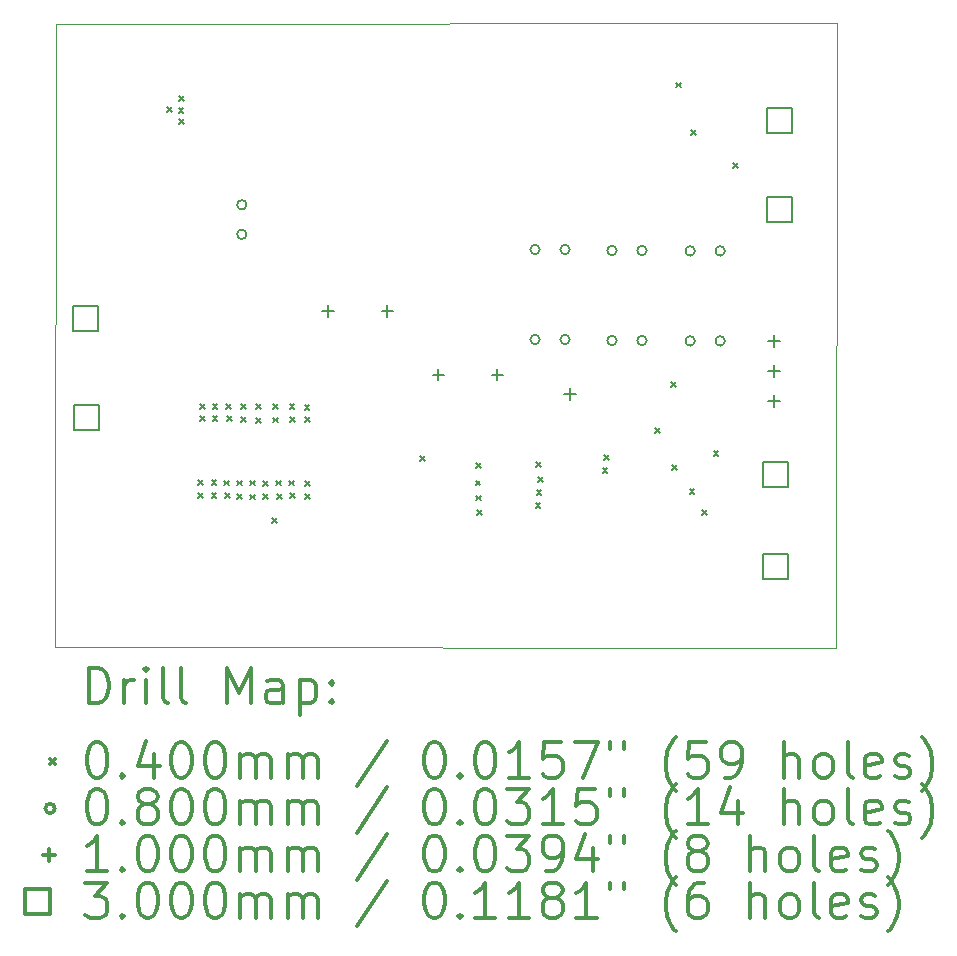
<source format=gbr>
%FSLAX45Y45*%
G04 Gerber Fmt 4.5, Leading zero omitted, Abs format (unit mm)*
G04 Created by KiCad (PCBNEW 5.1.10) date 2021-12-10 15:48:50*
%MOMM*%
%LPD*%
G01*
G04 APERTURE LIST*
%TA.AperFunction,Profile*%
%ADD10C,0.050000*%
%TD*%
%ADD11C,0.200000*%
%ADD12C,0.300000*%
G04 APERTURE END LIST*
D10*
X8220456Y-4022344D02*
X8218932Y-4141724D01*
X14834616Y-4012184D02*
X8220456Y-4022344D01*
X14834108Y-4218432D02*
X14834616Y-4012184D01*
X14828520Y-9301480D02*
X14834108Y-4218432D01*
X8213852Y-9296908D02*
X14828520Y-9301480D01*
X8213852Y-9025636D02*
X8213852Y-9296908D01*
X8218932Y-4141724D02*
X8213852Y-9025636D01*
D11*
X9160576Y-4724720D02*
X9200576Y-4764720D01*
X9200576Y-4724720D02*
X9160576Y-4764720D01*
X9259636Y-4728276D02*
X9299636Y-4768276D01*
X9299636Y-4728276D02*
X9259636Y-4768276D01*
X9261160Y-4627184D02*
X9301160Y-4667184D01*
X9301160Y-4627184D02*
X9261160Y-4667184D01*
X9261160Y-4821748D02*
X9301160Y-4861748D01*
X9301160Y-4821748D02*
X9261160Y-4861748D01*
X9422704Y-7877876D02*
X9462704Y-7917876D01*
X9462704Y-7877876D02*
X9422704Y-7917876D01*
X9427784Y-7990144D02*
X9467784Y-8030144D01*
X9467784Y-7990144D02*
X9427784Y-8030144D01*
X9440484Y-7237796D02*
X9480484Y-7277796D01*
X9480484Y-7237796D02*
X9440484Y-7277796D01*
X9442008Y-7337872D02*
X9482008Y-7377872D01*
X9482008Y-7337872D02*
X9442008Y-7377872D01*
X9538528Y-7882448D02*
X9578528Y-7922448D01*
X9578528Y-7882448D02*
X9538528Y-7922448D01*
X9538528Y-7990144D02*
X9578528Y-8030144D01*
X9578528Y-7990144D02*
X9538528Y-8030144D01*
X9546656Y-7339904D02*
X9586656Y-7379904D01*
X9586656Y-7339904D02*
X9546656Y-7379904D01*
X9547672Y-7240336D02*
X9587672Y-7280336D01*
X9587672Y-7240336D02*
X9547672Y-7280336D01*
X9646732Y-7883972D02*
X9686732Y-7923972D01*
X9686732Y-7883972D02*
X9646732Y-7923972D01*
X9651304Y-7993700D02*
X9691304Y-8033700D01*
X9691304Y-7993700D02*
X9651304Y-8033700D01*
X9662988Y-7237796D02*
X9702988Y-7277796D01*
X9702988Y-7237796D02*
X9662988Y-7277796D01*
X9669084Y-7339904D02*
X9709084Y-7379904D01*
X9709084Y-7339904D02*
X9669084Y-7379904D01*
X9755952Y-7999796D02*
X9795952Y-8039796D01*
X9795952Y-7999796D02*
X9755952Y-8039796D01*
X9757476Y-7885496D02*
X9797476Y-7925496D01*
X9797476Y-7885496D02*
X9757476Y-7925496D01*
X9786432Y-7344476D02*
X9826432Y-7384476D01*
X9826432Y-7344476D02*
X9786432Y-7384476D01*
X9787956Y-7236780D02*
X9827956Y-7276780D01*
X9827956Y-7236780D02*
X9787956Y-7276780D01*
X9864664Y-7885496D02*
X9904664Y-7925496D01*
X9904664Y-7885496D02*
X9864664Y-7925496D01*
X9865680Y-8002844D02*
X9905680Y-8042844D01*
X9905680Y-8002844D02*
X9865680Y-8042844D01*
X9914956Y-7238304D02*
X9954956Y-7278304D01*
X9954956Y-7238304D02*
X9914956Y-7278304D01*
X9916480Y-7354128D02*
X9956480Y-7394128D01*
X9956480Y-7354128D02*
X9916480Y-7394128D01*
X9973376Y-7887020D02*
X10013376Y-7927020D01*
X10013376Y-7887020D02*
X9973376Y-7927020D01*
X9975916Y-8000558D02*
X10015916Y-8040558D01*
X10015916Y-8000558D02*
X9975916Y-8040558D01*
X10049576Y-8204520D02*
X10089576Y-8244520D01*
X10089576Y-8204520D02*
X10049576Y-8244520D01*
X10060752Y-7234748D02*
X10100752Y-7274748D01*
X10100752Y-7234748D02*
X10060752Y-7274748D01*
X10060752Y-7352096D02*
X10100752Y-7392096D01*
X10100752Y-7352096D02*
X10060752Y-7392096D01*
X10086152Y-7885496D02*
X10126152Y-7925496D01*
X10126152Y-7885496D02*
X10086152Y-7925496D01*
X10093772Y-7999796D02*
X10133772Y-8039796D01*
X10133772Y-7999796D02*
X10093772Y-8039796D01*
X10198420Y-7885496D02*
X10238420Y-7925496D01*
X10238420Y-7885496D02*
X10198420Y-7925496D01*
X10198928Y-7238304D02*
X10238928Y-7278304D01*
X10238928Y-7238304D02*
X10198928Y-7278304D01*
X10201976Y-7347524D02*
X10241976Y-7387524D01*
X10241976Y-7347524D02*
X10201976Y-7387524D01*
X10206548Y-7993700D02*
X10246548Y-8033700D01*
X10246548Y-7993700D02*
X10206548Y-8033700D01*
X10327452Y-7244400D02*
X10367452Y-7284400D01*
X10367452Y-7244400D02*
X10327452Y-7284400D01*
X10328976Y-7999796D02*
X10368976Y-8039796D01*
X10368976Y-7999796D02*
X10328976Y-8039796D01*
X10331008Y-7347524D02*
X10371008Y-7387524D01*
X10371008Y-7347524D02*
X10331008Y-7387524D01*
X10332024Y-7890576D02*
X10372024Y-7930576D01*
X10372024Y-7890576D02*
X10332024Y-7930576D01*
X11304862Y-7680282D02*
X11344862Y-7720282D01*
X11344862Y-7680282D02*
X11304862Y-7720282D01*
X11773728Y-7883972D02*
X11813728Y-7923972D01*
X11813728Y-7883972D02*
X11773728Y-7923972D01*
X11776268Y-7738176D02*
X11816268Y-7778176D01*
X11816268Y-7738176D02*
X11776268Y-7778176D01*
X11780332Y-8011480D02*
X11820332Y-8051480D01*
X11820332Y-8011480D02*
X11780332Y-8051480D01*
X11784904Y-8134416D02*
X11824904Y-8174416D01*
X11824904Y-8134416D02*
X11784904Y-8174416D01*
X12281728Y-8077012D02*
X12321728Y-8117012D01*
X12321728Y-8077012D02*
X12281728Y-8117012D01*
X12288332Y-7730048D02*
X12328332Y-7770048D01*
X12328332Y-7730048D02*
X12288332Y-7770048D01*
X12290872Y-7965252D02*
X12330872Y-8005252D01*
X12330872Y-7965252D02*
X12290872Y-8005252D01*
X12302048Y-7852984D02*
X12342048Y-7892984D01*
X12342048Y-7852984D02*
X12302048Y-7892984D01*
X12850000Y-7777000D02*
X12890000Y-7817000D01*
X12890000Y-7777000D02*
X12850000Y-7817000D01*
X12864765Y-7671765D02*
X12904765Y-7711765D01*
X12904765Y-7671765D02*
X12864765Y-7711765D01*
X13293156Y-7442520D02*
X13333156Y-7482520D01*
X13333156Y-7442520D02*
X13293156Y-7482520D01*
X13428456Y-7048000D02*
X13468456Y-7088000D01*
X13468456Y-7048000D02*
X13428456Y-7088000D01*
X13441000Y-7751500D02*
X13481000Y-7791500D01*
X13481000Y-7751500D02*
X13441000Y-7791500D01*
X13475000Y-4515000D02*
X13515000Y-4555000D01*
X13515000Y-4515000D02*
X13475000Y-4555000D01*
X13587078Y-7955600D02*
X13627078Y-7995600D01*
X13627078Y-7955600D02*
X13587078Y-7995600D01*
X13600000Y-4920000D02*
X13640000Y-4960000D01*
X13640000Y-4920000D02*
X13600000Y-4960000D01*
X13695000Y-8135000D02*
X13735000Y-8175000D01*
X13735000Y-8135000D02*
X13695000Y-8175000D01*
X13790000Y-7635000D02*
X13830000Y-7675000D01*
X13830000Y-7635000D02*
X13790000Y-7675000D01*
X13955000Y-5199000D02*
X13995000Y-5239000D01*
X13995000Y-5199000D02*
X13955000Y-5239000D01*
X9834240Y-5549900D02*
G75*
G03*
X9834240Y-5549900I-40000J0D01*
G01*
X9834240Y-5799900D02*
G75*
G03*
X9834240Y-5799900I-40000J0D01*
G01*
X12317000Y-5928000D02*
G75*
G03*
X12317000Y-5928000I-40000J0D01*
G01*
X12317000Y-6690000D02*
G75*
G03*
X12317000Y-6690000I-40000J0D01*
G01*
X12571000Y-5928000D02*
G75*
G03*
X12571000Y-5928000I-40000J0D01*
G01*
X12571000Y-6690000D02*
G75*
G03*
X12571000Y-6690000I-40000J0D01*
G01*
X12968300Y-5936000D02*
G75*
G03*
X12968300Y-5936000I-40000J0D01*
G01*
X12968300Y-6698000D02*
G75*
G03*
X12968300Y-6698000I-40000J0D01*
G01*
X13222300Y-5936000D02*
G75*
G03*
X13222300Y-5936000I-40000J0D01*
G01*
X13222300Y-6698000D02*
G75*
G03*
X13222300Y-6698000I-40000J0D01*
G01*
X13630600Y-5940000D02*
G75*
G03*
X13630600Y-5940000I-40000J0D01*
G01*
X13630600Y-6702000D02*
G75*
G03*
X13630600Y-6702000I-40000J0D01*
G01*
X13884600Y-5940000D02*
G75*
G03*
X13884600Y-5940000I-40000J0D01*
G01*
X13884600Y-6702000D02*
G75*
G03*
X13884600Y-6702000I-40000J0D01*
G01*
X10527792Y-6395504D02*
X10527792Y-6495504D01*
X10477792Y-6445504D02*
X10577792Y-6445504D01*
X11027792Y-6395504D02*
X11027792Y-6495504D01*
X10977792Y-6445504D02*
X11077792Y-6445504D01*
X11459336Y-6936524D02*
X11459336Y-7036524D01*
X11409336Y-6986524D02*
X11509336Y-6986524D01*
X11959336Y-6936524D02*
X11959336Y-7036524D01*
X11909336Y-6986524D02*
X12009336Y-6986524D01*
X12570460Y-7101624D02*
X12570460Y-7201624D01*
X12520460Y-7151624D02*
X12620460Y-7151624D01*
X14301000Y-6652000D02*
X14301000Y-6752000D01*
X14251000Y-6702000D02*
X14351000Y-6702000D01*
X14301000Y-6906000D02*
X14301000Y-7006000D01*
X14251000Y-6956000D02*
X14351000Y-6956000D01*
X14301000Y-7160000D02*
X14301000Y-7260000D01*
X14251000Y-7210000D02*
X14351000Y-7210000D01*
X8578999Y-6619135D02*
X8578999Y-6407001D01*
X8366865Y-6407001D01*
X8366865Y-6619135D01*
X8578999Y-6619135D01*
X8584079Y-7452763D02*
X8584079Y-7240629D01*
X8371945Y-7240629D01*
X8371945Y-7452763D01*
X8584079Y-7452763D01*
X14416427Y-7937395D02*
X14416427Y-7725261D01*
X14204293Y-7725261D01*
X14204293Y-7937395D01*
X14416427Y-7937395D01*
X14422015Y-8720223D02*
X14422015Y-8508089D01*
X14209881Y-8508089D01*
X14209881Y-8720223D01*
X14422015Y-8720223D01*
X14454527Y-4943497D02*
X14454527Y-4731363D01*
X14242393Y-4731363D01*
X14242393Y-4943497D01*
X14454527Y-4943497D01*
X14454527Y-5696607D02*
X14454527Y-5484473D01*
X14242393Y-5484473D01*
X14242393Y-5696607D01*
X14454527Y-5696607D01*
D12*
X8497780Y-9769694D02*
X8497780Y-9469694D01*
X8569209Y-9469694D01*
X8612066Y-9483980D01*
X8640638Y-9512552D01*
X8654923Y-9541123D01*
X8669209Y-9598266D01*
X8669209Y-9641123D01*
X8654923Y-9698266D01*
X8640638Y-9726837D01*
X8612066Y-9755409D01*
X8569209Y-9769694D01*
X8497780Y-9769694D01*
X8797780Y-9769694D02*
X8797780Y-9569694D01*
X8797780Y-9626837D02*
X8812066Y-9598266D01*
X8826352Y-9583980D01*
X8854923Y-9569694D01*
X8883495Y-9569694D01*
X8983495Y-9769694D02*
X8983495Y-9569694D01*
X8983495Y-9469694D02*
X8969209Y-9483980D01*
X8983495Y-9498266D01*
X8997780Y-9483980D01*
X8983495Y-9469694D01*
X8983495Y-9498266D01*
X9169209Y-9769694D02*
X9140638Y-9755409D01*
X9126352Y-9726837D01*
X9126352Y-9469694D01*
X9326352Y-9769694D02*
X9297780Y-9755409D01*
X9283495Y-9726837D01*
X9283495Y-9469694D01*
X9669209Y-9769694D02*
X9669209Y-9469694D01*
X9769209Y-9683980D01*
X9869209Y-9469694D01*
X9869209Y-9769694D01*
X10140638Y-9769694D02*
X10140638Y-9612552D01*
X10126352Y-9583980D01*
X10097780Y-9569694D01*
X10040638Y-9569694D01*
X10012066Y-9583980D01*
X10140638Y-9755409D02*
X10112066Y-9769694D01*
X10040638Y-9769694D01*
X10012066Y-9755409D01*
X9997780Y-9726837D01*
X9997780Y-9698266D01*
X10012066Y-9669694D01*
X10040638Y-9655409D01*
X10112066Y-9655409D01*
X10140638Y-9641123D01*
X10283495Y-9569694D02*
X10283495Y-9869694D01*
X10283495Y-9583980D02*
X10312066Y-9569694D01*
X10369209Y-9569694D01*
X10397780Y-9583980D01*
X10412066Y-9598266D01*
X10426352Y-9626837D01*
X10426352Y-9712552D01*
X10412066Y-9741123D01*
X10397780Y-9755409D01*
X10369209Y-9769694D01*
X10312066Y-9769694D01*
X10283495Y-9755409D01*
X10554923Y-9741123D02*
X10569209Y-9755409D01*
X10554923Y-9769694D01*
X10540638Y-9755409D01*
X10554923Y-9741123D01*
X10554923Y-9769694D01*
X10554923Y-9583980D02*
X10569209Y-9598266D01*
X10554923Y-9612552D01*
X10540638Y-9598266D01*
X10554923Y-9583980D01*
X10554923Y-9612552D01*
X8171352Y-10243980D02*
X8211352Y-10283980D01*
X8211352Y-10243980D02*
X8171352Y-10283980D01*
X8554923Y-10099694D02*
X8583495Y-10099694D01*
X8612066Y-10113980D01*
X8626352Y-10128266D01*
X8640638Y-10156837D01*
X8654923Y-10213980D01*
X8654923Y-10285409D01*
X8640638Y-10342552D01*
X8626352Y-10371123D01*
X8612066Y-10385409D01*
X8583495Y-10399694D01*
X8554923Y-10399694D01*
X8526352Y-10385409D01*
X8512066Y-10371123D01*
X8497780Y-10342552D01*
X8483495Y-10285409D01*
X8483495Y-10213980D01*
X8497780Y-10156837D01*
X8512066Y-10128266D01*
X8526352Y-10113980D01*
X8554923Y-10099694D01*
X8783495Y-10371123D02*
X8797780Y-10385409D01*
X8783495Y-10399694D01*
X8769209Y-10385409D01*
X8783495Y-10371123D01*
X8783495Y-10399694D01*
X9054923Y-10199694D02*
X9054923Y-10399694D01*
X8983495Y-10085409D02*
X8912066Y-10299694D01*
X9097780Y-10299694D01*
X9269209Y-10099694D02*
X9297780Y-10099694D01*
X9326352Y-10113980D01*
X9340638Y-10128266D01*
X9354923Y-10156837D01*
X9369209Y-10213980D01*
X9369209Y-10285409D01*
X9354923Y-10342552D01*
X9340638Y-10371123D01*
X9326352Y-10385409D01*
X9297780Y-10399694D01*
X9269209Y-10399694D01*
X9240638Y-10385409D01*
X9226352Y-10371123D01*
X9212066Y-10342552D01*
X9197780Y-10285409D01*
X9197780Y-10213980D01*
X9212066Y-10156837D01*
X9226352Y-10128266D01*
X9240638Y-10113980D01*
X9269209Y-10099694D01*
X9554923Y-10099694D02*
X9583495Y-10099694D01*
X9612066Y-10113980D01*
X9626352Y-10128266D01*
X9640638Y-10156837D01*
X9654923Y-10213980D01*
X9654923Y-10285409D01*
X9640638Y-10342552D01*
X9626352Y-10371123D01*
X9612066Y-10385409D01*
X9583495Y-10399694D01*
X9554923Y-10399694D01*
X9526352Y-10385409D01*
X9512066Y-10371123D01*
X9497780Y-10342552D01*
X9483495Y-10285409D01*
X9483495Y-10213980D01*
X9497780Y-10156837D01*
X9512066Y-10128266D01*
X9526352Y-10113980D01*
X9554923Y-10099694D01*
X9783495Y-10399694D02*
X9783495Y-10199694D01*
X9783495Y-10228266D02*
X9797780Y-10213980D01*
X9826352Y-10199694D01*
X9869209Y-10199694D01*
X9897780Y-10213980D01*
X9912066Y-10242552D01*
X9912066Y-10399694D01*
X9912066Y-10242552D02*
X9926352Y-10213980D01*
X9954923Y-10199694D01*
X9997780Y-10199694D01*
X10026352Y-10213980D01*
X10040638Y-10242552D01*
X10040638Y-10399694D01*
X10183495Y-10399694D02*
X10183495Y-10199694D01*
X10183495Y-10228266D02*
X10197780Y-10213980D01*
X10226352Y-10199694D01*
X10269209Y-10199694D01*
X10297780Y-10213980D01*
X10312066Y-10242552D01*
X10312066Y-10399694D01*
X10312066Y-10242552D02*
X10326352Y-10213980D01*
X10354923Y-10199694D01*
X10397780Y-10199694D01*
X10426352Y-10213980D01*
X10440638Y-10242552D01*
X10440638Y-10399694D01*
X11026352Y-10085409D02*
X10769209Y-10471123D01*
X11412066Y-10099694D02*
X11440638Y-10099694D01*
X11469209Y-10113980D01*
X11483495Y-10128266D01*
X11497780Y-10156837D01*
X11512066Y-10213980D01*
X11512066Y-10285409D01*
X11497780Y-10342552D01*
X11483495Y-10371123D01*
X11469209Y-10385409D01*
X11440638Y-10399694D01*
X11412066Y-10399694D01*
X11383495Y-10385409D01*
X11369209Y-10371123D01*
X11354923Y-10342552D01*
X11340638Y-10285409D01*
X11340638Y-10213980D01*
X11354923Y-10156837D01*
X11369209Y-10128266D01*
X11383495Y-10113980D01*
X11412066Y-10099694D01*
X11640638Y-10371123D02*
X11654923Y-10385409D01*
X11640638Y-10399694D01*
X11626352Y-10385409D01*
X11640638Y-10371123D01*
X11640638Y-10399694D01*
X11840638Y-10099694D02*
X11869209Y-10099694D01*
X11897780Y-10113980D01*
X11912066Y-10128266D01*
X11926352Y-10156837D01*
X11940638Y-10213980D01*
X11940638Y-10285409D01*
X11926352Y-10342552D01*
X11912066Y-10371123D01*
X11897780Y-10385409D01*
X11869209Y-10399694D01*
X11840638Y-10399694D01*
X11812066Y-10385409D01*
X11797780Y-10371123D01*
X11783495Y-10342552D01*
X11769209Y-10285409D01*
X11769209Y-10213980D01*
X11783495Y-10156837D01*
X11797780Y-10128266D01*
X11812066Y-10113980D01*
X11840638Y-10099694D01*
X12226352Y-10399694D02*
X12054923Y-10399694D01*
X12140638Y-10399694D02*
X12140638Y-10099694D01*
X12112066Y-10142552D01*
X12083495Y-10171123D01*
X12054923Y-10185409D01*
X12497780Y-10099694D02*
X12354923Y-10099694D01*
X12340638Y-10242552D01*
X12354923Y-10228266D01*
X12383495Y-10213980D01*
X12454923Y-10213980D01*
X12483495Y-10228266D01*
X12497780Y-10242552D01*
X12512066Y-10271123D01*
X12512066Y-10342552D01*
X12497780Y-10371123D01*
X12483495Y-10385409D01*
X12454923Y-10399694D01*
X12383495Y-10399694D01*
X12354923Y-10385409D01*
X12340638Y-10371123D01*
X12612066Y-10099694D02*
X12812066Y-10099694D01*
X12683495Y-10399694D01*
X12912066Y-10099694D02*
X12912066Y-10156837D01*
X13026352Y-10099694D02*
X13026352Y-10156837D01*
X13469209Y-10513980D02*
X13454923Y-10499694D01*
X13426352Y-10456837D01*
X13412066Y-10428266D01*
X13397780Y-10385409D01*
X13383495Y-10313980D01*
X13383495Y-10256837D01*
X13397780Y-10185409D01*
X13412066Y-10142552D01*
X13426352Y-10113980D01*
X13454923Y-10071123D01*
X13469209Y-10056837D01*
X13726352Y-10099694D02*
X13583495Y-10099694D01*
X13569209Y-10242552D01*
X13583495Y-10228266D01*
X13612066Y-10213980D01*
X13683495Y-10213980D01*
X13712066Y-10228266D01*
X13726352Y-10242552D01*
X13740638Y-10271123D01*
X13740638Y-10342552D01*
X13726352Y-10371123D01*
X13712066Y-10385409D01*
X13683495Y-10399694D01*
X13612066Y-10399694D01*
X13583495Y-10385409D01*
X13569209Y-10371123D01*
X13883495Y-10399694D02*
X13940638Y-10399694D01*
X13969209Y-10385409D01*
X13983495Y-10371123D01*
X14012066Y-10328266D01*
X14026352Y-10271123D01*
X14026352Y-10156837D01*
X14012066Y-10128266D01*
X13997780Y-10113980D01*
X13969209Y-10099694D01*
X13912066Y-10099694D01*
X13883495Y-10113980D01*
X13869209Y-10128266D01*
X13854923Y-10156837D01*
X13854923Y-10228266D01*
X13869209Y-10256837D01*
X13883495Y-10271123D01*
X13912066Y-10285409D01*
X13969209Y-10285409D01*
X13997780Y-10271123D01*
X14012066Y-10256837D01*
X14026352Y-10228266D01*
X14383495Y-10399694D02*
X14383495Y-10099694D01*
X14512066Y-10399694D02*
X14512066Y-10242552D01*
X14497780Y-10213980D01*
X14469209Y-10199694D01*
X14426352Y-10199694D01*
X14397780Y-10213980D01*
X14383495Y-10228266D01*
X14697780Y-10399694D02*
X14669209Y-10385409D01*
X14654923Y-10371123D01*
X14640638Y-10342552D01*
X14640638Y-10256837D01*
X14654923Y-10228266D01*
X14669209Y-10213980D01*
X14697780Y-10199694D01*
X14740638Y-10199694D01*
X14769209Y-10213980D01*
X14783495Y-10228266D01*
X14797780Y-10256837D01*
X14797780Y-10342552D01*
X14783495Y-10371123D01*
X14769209Y-10385409D01*
X14740638Y-10399694D01*
X14697780Y-10399694D01*
X14969209Y-10399694D02*
X14940638Y-10385409D01*
X14926352Y-10356837D01*
X14926352Y-10099694D01*
X15197780Y-10385409D02*
X15169209Y-10399694D01*
X15112066Y-10399694D01*
X15083495Y-10385409D01*
X15069209Y-10356837D01*
X15069209Y-10242552D01*
X15083495Y-10213980D01*
X15112066Y-10199694D01*
X15169209Y-10199694D01*
X15197780Y-10213980D01*
X15212066Y-10242552D01*
X15212066Y-10271123D01*
X15069209Y-10299694D01*
X15326352Y-10385409D02*
X15354923Y-10399694D01*
X15412066Y-10399694D01*
X15440638Y-10385409D01*
X15454923Y-10356837D01*
X15454923Y-10342552D01*
X15440638Y-10313980D01*
X15412066Y-10299694D01*
X15369209Y-10299694D01*
X15340638Y-10285409D01*
X15326352Y-10256837D01*
X15326352Y-10242552D01*
X15340638Y-10213980D01*
X15369209Y-10199694D01*
X15412066Y-10199694D01*
X15440638Y-10213980D01*
X15554923Y-10513980D02*
X15569209Y-10499694D01*
X15597780Y-10456837D01*
X15612066Y-10428266D01*
X15626352Y-10385409D01*
X15640638Y-10313980D01*
X15640638Y-10256837D01*
X15626352Y-10185409D01*
X15612066Y-10142552D01*
X15597780Y-10113980D01*
X15569209Y-10071123D01*
X15554923Y-10056837D01*
X8211352Y-10659980D02*
G75*
G03*
X8211352Y-10659980I-40000J0D01*
G01*
X8554923Y-10495694D02*
X8583495Y-10495694D01*
X8612066Y-10509980D01*
X8626352Y-10524266D01*
X8640638Y-10552837D01*
X8654923Y-10609980D01*
X8654923Y-10681409D01*
X8640638Y-10738552D01*
X8626352Y-10767123D01*
X8612066Y-10781409D01*
X8583495Y-10795694D01*
X8554923Y-10795694D01*
X8526352Y-10781409D01*
X8512066Y-10767123D01*
X8497780Y-10738552D01*
X8483495Y-10681409D01*
X8483495Y-10609980D01*
X8497780Y-10552837D01*
X8512066Y-10524266D01*
X8526352Y-10509980D01*
X8554923Y-10495694D01*
X8783495Y-10767123D02*
X8797780Y-10781409D01*
X8783495Y-10795694D01*
X8769209Y-10781409D01*
X8783495Y-10767123D01*
X8783495Y-10795694D01*
X8969209Y-10624266D02*
X8940638Y-10609980D01*
X8926352Y-10595694D01*
X8912066Y-10567123D01*
X8912066Y-10552837D01*
X8926352Y-10524266D01*
X8940638Y-10509980D01*
X8969209Y-10495694D01*
X9026352Y-10495694D01*
X9054923Y-10509980D01*
X9069209Y-10524266D01*
X9083495Y-10552837D01*
X9083495Y-10567123D01*
X9069209Y-10595694D01*
X9054923Y-10609980D01*
X9026352Y-10624266D01*
X8969209Y-10624266D01*
X8940638Y-10638552D01*
X8926352Y-10652837D01*
X8912066Y-10681409D01*
X8912066Y-10738552D01*
X8926352Y-10767123D01*
X8940638Y-10781409D01*
X8969209Y-10795694D01*
X9026352Y-10795694D01*
X9054923Y-10781409D01*
X9069209Y-10767123D01*
X9083495Y-10738552D01*
X9083495Y-10681409D01*
X9069209Y-10652837D01*
X9054923Y-10638552D01*
X9026352Y-10624266D01*
X9269209Y-10495694D02*
X9297780Y-10495694D01*
X9326352Y-10509980D01*
X9340638Y-10524266D01*
X9354923Y-10552837D01*
X9369209Y-10609980D01*
X9369209Y-10681409D01*
X9354923Y-10738552D01*
X9340638Y-10767123D01*
X9326352Y-10781409D01*
X9297780Y-10795694D01*
X9269209Y-10795694D01*
X9240638Y-10781409D01*
X9226352Y-10767123D01*
X9212066Y-10738552D01*
X9197780Y-10681409D01*
X9197780Y-10609980D01*
X9212066Y-10552837D01*
X9226352Y-10524266D01*
X9240638Y-10509980D01*
X9269209Y-10495694D01*
X9554923Y-10495694D02*
X9583495Y-10495694D01*
X9612066Y-10509980D01*
X9626352Y-10524266D01*
X9640638Y-10552837D01*
X9654923Y-10609980D01*
X9654923Y-10681409D01*
X9640638Y-10738552D01*
X9626352Y-10767123D01*
X9612066Y-10781409D01*
X9583495Y-10795694D01*
X9554923Y-10795694D01*
X9526352Y-10781409D01*
X9512066Y-10767123D01*
X9497780Y-10738552D01*
X9483495Y-10681409D01*
X9483495Y-10609980D01*
X9497780Y-10552837D01*
X9512066Y-10524266D01*
X9526352Y-10509980D01*
X9554923Y-10495694D01*
X9783495Y-10795694D02*
X9783495Y-10595694D01*
X9783495Y-10624266D02*
X9797780Y-10609980D01*
X9826352Y-10595694D01*
X9869209Y-10595694D01*
X9897780Y-10609980D01*
X9912066Y-10638552D01*
X9912066Y-10795694D01*
X9912066Y-10638552D02*
X9926352Y-10609980D01*
X9954923Y-10595694D01*
X9997780Y-10595694D01*
X10026352Y-10609980D01*
X10040638Y-10638552D01*
X10040638Y-10795694D01*
X10183495Y-10795694D02*
X10183495Y-10595694D01*
X10183495Y-10624266D02*
X10197780Y-10609980D01*
X10226352Y-10595694D01*
X10269209Y-10595694D01*
X10297780Y-10609980D01*
X10312066Y-10638552D01*
X10312066Y-10795694D01*
X10312066Y-10638552D02*
X10326352Y-10609980D01*
X10354923Y-10595694D01*
X10397780Y-10595694D01*
X10426352Y-10609980D01*
X10440638Y-10638552D01*
X10440638Y-10795694D01*
X11026352Y-10481409D02*
X10769209Y-10867123D01*
X11412066Y-10495694D02*
X11440638Y-10495694D01*
X11469209Y-10509980D01*
X11483495Y-10524266D01*
X11497780Y-10552837D01*
X11512066Y-10609980D01*
X11512066Y-10681409D01*
X11497780Y-10738552D01*
X11483495Y-10767123D01*
X11469209Y-10781409D01*
X11440638Y-10795694D01*
X11412066Y-10795694D01*
X11383495Y-10781409D01*
X11369209Y-10767123D01*
X11354923Y-10738552D01*
X11340638Y-10681409D01*
X11340638Y-10609980D01*
X11354923Y-10552837D01*
X11369209Y-10524266D01*
X11383495Y-10509980D01*
X11412066Y-10495694D01*
X11640638Y-10767123D02*
X11654923Y-10781409D01*
X11640638Y-10795694D01*
X11626352Y-10781409D01*
X11640638Y-10767123D01*
X11640638Y-10795694D01*
X11840638Y-10495694D02*
X11869209Y-10495694D01*
X11897780Y-10509980D01*
X11912066Y-10524266D01*
X11926352Y-10552837D01*
X11940638Y-10609980D01*
X11940638Y-10681409D01*
X11926352Y-10738552D01*
X11912066Y-10767123D01*
X11897780Y-10781409D01*
X11869209Y-10795694D01*
X11840638Y-10795694D01*
X11812066Y-10781409D01*
X11797780Y-10767123D01*
X11783495Y-10738552D01*
X11769209Y-10681409D01*
X11769209Y-10609980D01*
X11783495Y-10552837D01*
X11797780Y-10524266D01*
X11812066Y-10509980D01*
X11840638Y-10495694D01*
X12040638Y-10495694D02*
X12226352Y-10495694D01*
X12126352Y-10609980D01*
X12169209Y-10609980D01*
X12197780Y-10624266D01*
X12212066Y-10638552D01*
X12226352Y-10667123D01*
X12226352Y-10738552D01*
X12212066Y-10767123D01*
X12197780Y-10781409D01*
X12169209Y-10795694D01*
X12083495Y-10795694D01*
X12054923Y-10781409D01*
X12040638Y-10767123D01*
X12512066Y-10795694D02*
X12340638Y-10795694D01*
X12426352Y-10795694D02*
X12426352Y-10495694D01*
X12397780Y-10538552D01*
X12369209Y-10567123D01*
X12340638Y-10581409D01*
X12783495Y-10495694D02*
X12640638Y-10495694D01*
X12626352Y-10638552D01*
X12640638Y-10624266D01*
X12669209Y-10609980D01*
X12740638Y-10609980D01*
X12769209Y-10624266D01*
X12783495Y-10638552D01*
X12797780Y-10667123D01*
X12797780Y-10738552D01*
X12783495Y-10767123D01*
X12769209Y-10781409D01*
X12740638Y-10795694D01*
X12669209Y-10795694D01*
X12640638Y-10781409D01*
X12626352Y-10767123D01*
X12912066Y-10495694D02*
X12912066Y-10552837D01*
X13026352Y-10495694D02*
X13026352Y-10552837D01*
X13469209Y-10909980D02*
X13454923Y-10895694D01*
X13426352Y-10852837D01*
X13412066Y-10824266D01*
X13397780Y-10781409D01*
X13383495Y-10709980D01*
X13383495Y-10652837D01*
X13397780Y-10581409D01*
X13412066Y-10538552D01*
X13426352Y-10509980D01*
X13454923Y-10467123D01*
X13469209Y-10452837D01*
X13740638Y-10795694D02*
X13569209Y-10795694D01*
X13654923Y-10795694D02*
X13654923Y-10495694D01*
X13626352Y-10538552D01*
X13597780Y-10567123D01*
X13569209Y-10581409D01*
X13997780Y-10595694D02*
X13997780Y-10795694D01*
X13926352Y-10481409D02*
X13854923Y-10695694D01*
X14040638Y-10695694D01*
X14383495Y-10795694D02*
X14383495Y-10495694D01*
X14512066Y-10795694D02*
X14512066Y-10638552D01*
X14497780Y-10609980D01*
X14469209Y-10595694D01*
X14426352Y-10595694D01*
X14397780Y-10609980D01*
X14383495Y-10624266D01*
X14697780Y-10795694D02*
X14669209Y-10781409D01*
X14654923Y-10767123D01*
X14640638Y-10738552D01*
X14640638Y-10652837D01*
X14654923Y-10624266D01*
X14669209Y-10609980D01*
X14697780Y-10595694D01*
X14740638Y-10595694D01*
X14769209Y-10609980D01*
X14783495Y-10624266D01*
X14797780Y-10652837D01*
X14797780Y-10738552D01*
X14783495Y-10767123D01*
X14769209Y-10781409D01*
X14740638Y-10795694D01*
X14697780Y-10795694D01*
X14969209Y-10795694D02*
X14940638Y-10781409D01*
X14926352Y-10752837D01*
X14926352Y-10495694D01*
X15197780Y-10781409D02*
X15169209Y-10795694D01*
X15112066Y-10795694D01*
X15083495Y-10781409D01*
X15069209Y-10752837D01*
X15069209Y-10638552D01*
X15083495Y-10609980D01*
X15112066Y-10595694D01*
X15169209Y-10595694D01*
X15197780Y-10609980D01*
X15212066Y-10638552D01*
X15212066Y-10667123D01*
X15069209Y-10695694D01*
X15326352Y-10781409D02*
X15354923Y-10795694D01*
X15412066Y-10795694D01*
X15440638Y-10781409D01*
X15454923Y-10752837D01*
X15454923Y-10738552D01*
X15440638Y-10709980D01*
X15412066Y-10695694D01*
X15369209Y-10695694D01*
X15340638Y-10681409D01*
X15326352Y-10652837D01*
X15326352Y-10638552D01*
X15340638Y-10609980D01*
X15369209Y-10595694D01*
X15412066Y-10595694D01*
X15440638Y-10609980D01*
X15554923Y-10909980D02*
X15569209Y-10895694D01*
X15597780Y-10852837D01*
X15612066Y-10824266D01*
X15626352Y-10781409D01*
X15640638Y-10709980D01*
X15640638Y-10652837D01*
X15626352Y-10581409D01*
X15612066Y-10538552D01*
X15597780Y-10509980D01*
X15569209Y-10467123D01*
X15554923Y-10452837D01*
X8161352Y-11005980D02*
X8161352Y-11105980D01*
X8111352Y-11055980D02*
X8211352Y-11055980D01*
X8654923Y-11191694D02*
X8483495Y-11191694D01*
X8569209Y-11191694D02*
X8569209Y-10891694D01*
X8540638Y-10934552D01*
X8512066Y-10963123D01*
X8483495Y-10977409D01*
X8783495Y-11163123D02*
X8797780Y-11177409D01*
X8783495Y-11191694D01*
X8769209Y-11177409D01*
X8783495Y-11163123D01*
X8783495Y-11191694D01*
X8983495Y-10891694D02*
X9012066Y-10891694D01*
X9040638Y-10905980D01*
X9054923Y-10920266D01*
X9069209Y-10948837D01*
X9083495Y-11005980D01*
X9083495Y-11077409D01*
X9069209Y-11134552D01*
X9054923Y-11163123D01*
X9040638Y-11177409D01*
X9012066Y-11191694D01*
X8983495Y-11191694D01*
X8954923Y-11177409D01*
X8940638Y-11163123D01*
X8926352Y-11134552D01*
X8912066Y-11077409D01*
X8912066Y-11005980D01*
X8926352Y-10948837D01*
X8940638Y-10920266D01*
X8954923Y-10905980D01*
X8983495Y-10891694D01*
X9269209Y-10891694D02*
X9297780Y-10891694D01*
X9326352Y-10905980D01*
X9340638Y-10920266D01*
X9354923Y-10948837D01*
X9369209Y-11005980D01*
X9369209Y-11077409D01*
X9354923Y-11134552D01*
X9340638Y-11163123D01*
X9326352Y-11177409D01*
X9297780Y-11191694D01*
X9269209Y-11191694D01*
X9240638Y-11177409D01*
X9226352Y-11163123D01*
X9212066Y-11134552D01*
X9197780Y-11077409D01*
X9197780Y-11005980D01*
X9212066Y-10948837D01*
X9226352Y-10920266D01*
X9240638Y-10905980D01*
X9269209Y-10891694D01*
X9554923Y-10891694D02*
X9583495Y-10891694D01*
X9612066Y-10905980D01*
X9626352Y-10920266D01*
X9640638Y-10948837D01*
X9654923Y-11005980D01*
X9654923Y-11077409D01*
X9640638Y-11134552D01*
X9626352Y-11163123D01*
X9612066Y-11177409D01*
X9583495Y-11191694D01*
X9554923Y-11191694D01*
X9526352Y-11177409D01*
X9512066Y-11163123D01*
X9497780Y-11134552D01*
X9483495Y-11077409D01*
X9483495Y-11005980D01*
X9497780Y-10948837D01*
X9512066Y-10920266D01*
X9526352Y-10905980D01*
X9554923Y-10891694D01*
X9783495Y-11191694D02*
X9783495Y-10991694D01*
X9783495Y-11020266D02*
X9797780Y-11005980D01*
X9826352Y-10991694D01*
X9869209Y-10991694D01*
X9897780Y-11005980D01*
X9912066Y-11034552D01*
X9912066Y-11191694D01*
X9912066Y-11034552D02*
X9926352Y-11005980D01*
X9954923Y-10991694D01*
X9997780Y-10991694D01*
X10026352Y-11005980D01*
X10040638Y-11034552D01*
X10040638Y-11191694D01*
X10183495Y-11191694D02*
X10183495Y-10991694D01*
X10183495Y-11020266D02*
X10197780Y-11005980D01*
X10226352Y-10991694D01*
X10269209Y-10991694D01*
X10297780Y-11005980D01*
X10312066Y-11034552D01*
X10312066Y-11191694D01*
X10312066Y-11034552D02*
X10326352Y-11005980D01*
X10354923Y-10991694D01*
X10397780Y-10991694D01*
X10426352Y-11005980D01*
X10440638Y-11034552D01*
X10440638Y-11191694D01*
X11026352Y-10877409D02*
X10769209Y-11263123D01*
X11412066Y-10891694D02*
X11440638Y-10891694D01*
X11469209Y-10905980D01*
X11483495Y-10920266D01*
X11497780Y-10948837D01*
X11512066Y-11005980D01*
X11512066Y-11077409D01*
X11497780Y-11134552D01*
X11483495Y-11163123D01*
X11469209Y-11177409D01*
X11440638Y-11191694D01*
X11412066Y-11191694D01*
X11383495Y-11177409D01*
X11369209Y-11163123D01*
X11354923Y-11134552D01*
X11340638Y-11077409D01*
X11340638Y-11005980D01*
X11354923Y-10948837D01*
X11369209Y-10920266D01*
X11383495Y-10905980D01*
X11412066Y-10891694D01*
X11640638Y-11163123D02*
X11654923Y-11177409D01*
X11640638Y-11191694D01*
X11626352Y-11177409D01*
X11640638Y-11163123D01*
X11640638Y-11191694D01*
X11840638Y-10891694D02*
X11869209Y-10891694D01*
X11897780Y-10905980D01*
X11912066Y-10920266D01*
X11926352Y-10948837D01*
X11940638Y-11005980D01*
X11940638Y-11077409D01*
X11926352Y-11134552D01*
X11912066Y-11163123D01*
X11897780Y-11177409D01*
X11869209Y-11191694D01*
X11840638Y-11191694D01*
X11812066Y-11177409D01*
X11797780Y-11163123D01*
X11783495Y-11134552D01*
X11769209Y-11077409D01*
X11769209Y-11005980D01*
X11783495Y-10948837D01*
X11797780Y-10920266D01*
X11812066Y-10905980D01*
X11840638Y-10891694D01*
X12040638Y-10891694D02*
X12226352Y-10891694D01*
X12126352Y-11005980D01*
X12169209Y-11005980D01*
X12197780Y-11020266D01*
X12212066Y-11034552D01*
X12226352Y-11063123D01*
X12226352Y-11134552D01*
X12212066Y-11163123D01*
X12197780Y-11177409D01*
X12169209Y-11191694D01*
X12083495Y-11191694D01*
X12054923Y-11177409D01*
X12040638Y-11163123D01*
X12369209Y-11191694D02*
X12426352Y-11191694D01*
X12454923Y-11177409D01*
X12469209Y-11163123D01*
X12497780Y-11120266D01*
X12512066Y-11063123D01*
X12512066Y-10948837D01*
X12497780Y-10920266D01*
X12483495Y-10905980D01*
X12454923Y-10891694D01*
X12397780Y-10891694D01*
X12369209Y-10905980D01*
X12354923Y-10920266D01*
X12340638Y-10948837D01*
X12340638Y-11020266D01*
X12354923Y-11048837D01*
X12369209Y-11063123D01*
X12397780Y-11077409D01*
X12454923Y-11077409D01*
X12483495Y-11063123D01*
X12497780Y-11048837D01*
X12512066Y-11020266D01*
X12769209Y-10991694D02*
X12769209Y-11191694D01*
X12697780Y-10877409D02*
X12626352Y-11091694D01*
X12812066Y-11091694D01*
X12912066Y-10891694D02*
X12912066Y-10948837D01*
X13026352Y-10891694D02*
X13026352Y-10948837D01*
X13469209Y-11305980D02*
X13454923Y-11291694D01*
X13426352Y-11248837D01*
X13412066Y-11220266D01*
X13397780Y-11177409D01*
X13383495Y-11105980D01*
X13383495Y-11048837D01*
X13397780Y-10977409D01*
X13412066Y-10934552D01*
X13426352Y-10905980D01*
X13454923Y-10863123D01*
X13469209Y-10848837D01*
X13626352Y-11020266D02*
X13597780Y-11005980D01*
X13583495Y-10991694D01*
X13569209Y-10963123D01*
X13569209Y-10948837D01*
X13583495Y-10920266D01*
X13597780Y-10905980D01*
X13626352Y-10891694D01*
X13683495Y-10891694D01*
X13712066Y-10905980D01*
X13726352Y-10920266D01*
X13740638Y-10948837D01*
X13740638Y-10963123D01*
X13726352Y-10991694D01*
X13712066Y-11005980D01*
X13683495Y-11020266D01*
X13626352Y-11020266D01*
X13597780Y-11034552D01*
X13583495Y-11048837D01*
X13569209Y-11077409D01*
X13569209Y-11134552D01*
X13583495Y-11163123D01*
X13597780Y-11177409D01*
X13626352Y-11191694D01*
X13683495Y-11191694D01*
X13712066Y-11177409D01*
X13726352Y-11163123D01*
X13740638Y-11134552D01*
X13740638Y-11077409D01*
X13726352Y-11048837D01*
X13712066Y-11034552D01*
X13683495Y-11020266D01*
X14097780Y-11191694D02*
X14097780Y-10891694D01*
X14226352Y-11191694D02*
X14226352Y-11034552D01*
X14212066Y-11005980D01*
X14183495Y-10991694D01*
X14140638Y-10991694D01*
X14112066Y-11005980D01*
X14097780Y-11020266D01*
X14412066Y-11191694D02*
X14383495Y-11177409D01*
X14369209Y-11163123D01*
X14354923Y-11134552D01*
X14354923Y-11048837D01*
X14369209Y-11020266D01*
X14383495Y-11005980D01*
X14412066Y-10991694D01*
X14454923Y-10991694D01*
X14483495Y-11005980D01*
X14497780Y-11020266D01*
X14512066Y-11048837D01*
X14512066Y-11134552D01*
X14497780Y-11163123D01*
X14483495Y-11177409D01*
X14454923Y-11191694D01*
X14412066Y-11191694D01*
X14683495Y-11191694D02*
X14654923Y-11177409D01*
X14640638Y-11148837D01*
X14640638Y-10891694D01*
X14912066Y-11177409D02*
X14883495Y-11191694D01*
X14826352Y-11191694D01*
X14797780Y-11177409D01*
X14783495Y-11148837D01*
X14783495Y-11034552D01*
X14797780Y-11005980D01*
X14826352Y-10991694D01*
X14883495Y-10991694D01*
X14912066Y-11005980D01*
X14926352Y-11034552D01*
X14926352Y-11063123D01*
X14783495Y-11091694D01*
X15040638Y-11177409D02*
X15069209Y-11191694D01*
X15126352Y-11191694D01*
X15154923Y-11177409D01*
X15169209Y-11148837D01*
X15169209Y-11134552D01*
X15154923Y-11105980D01*
X15126352Y-11091694D01*
X15083495Y-11091694D01*
X15054923Y-11077409D01*
X15040638Y-11048837D01*
X15040638Y-11034552D01*
X15054923Y-11005980D01*
X15083495Y-10991694D01*
X15126352Y-10991694D01*
X15154923Y-11005980D01*
X15269209Y-11305980D02*
X15283495Y-11291694D01*
X15312066Y-11248837D01*
X15326352Y-11220266D01*
X15340638Y-11177409D01*
X15354923Y-11105980D01*
X15354923Y-11048837D01*
X15340638Y-10977409D01*
X15326352Y-10934552D01*
X15312066Y-10905980D01*
X15283495Y-10863123D01*
X15269209Y-10848837D01*
X8167419Y-11558047D02*
X8167419Y-11345913D01*
X7955285Y-11345913D01*
X7955285Y-11558047D01*
X8167419Y-11558047D01*
X8469209Y-11287694D02*
X8654923Y-11287694D01*
X8554923Y-11401980D01*
X8597780Y-11401980D01*
X8626352Y-11416266D01*
X8640638Y-11430551D01*
X8654923Y-11459123D01*
X8654923Y-11530551D01*
X8640638Y-11559123D01*
X8626352Y-11573409D01*
X8597780Y-11587694D01*
X8512066Y-11587694D01*
X8483495Y-11573409D01*
X8469209Y-11559123D01*
X8783495Y-11559123D02*
X8797780Y-11573409D01*
X8783495Y-11587694D01*
X8769209Y-11573409D01*
X8783495Y-11559123D01*
X8783495Y-11587694D01*
X8983495Y-11287694D02*
X9012066Y-11287694D01*
X9040638Y-11301980D01*
X9054923Y-11316266D01*
X9069209Y-11344837D01*
X9083495Y-11401980D01*
X9083495Y-11473409D01*
X9069209Y-11530551D01*
X9054923Y-11559123D01*
X9040638Y-11573409D01*
X9012066Y-11587694D01*
X8983495Y-11587694D01*
X8954923Y-11573409D01*
X8940638Y-11559123D01*
X8926352Y-11530551D01*
X8912066Y-11473409D01*
X8912066Y-11401980D01*
X8926352Y-11344837D01*
X8940638Y-11316266D01*
X8954923Y-11301980D01*
X8983495Y-11287694D01*
X9269209Y-11287694D02*
X9297780Y-11287694D01*
X9326352Y-11301980D01*
X9340638Y-11316266D01*
X9354923Y-11344837D01*
X9369209Y-11401980D01*
X9369209Y-11473409D01*
X9354923Y-11530551D01*
X9340638Y-11559123D01*
X9326352Y-11573409D01*
X9297780Y-11587694D01*
X9269209Y-11587694D01*
X9240638Y-11573409D01*
X9226352Y-11559123D01*
X9212066Y-11530551D01*
X9197780Y-11473409D01*
X9197780Y-11401980D01*
X9212066Y-11344837D01*
X9226352Y-11316266D01*
X9240638Y-11301980D01*
X9269209Y-11287694D01*
X9554923Y-11287694D02*
X9583495Y-11287694D01*
X9612066Y-11301980D01*
X9626352Y-11316266D01*
X9640638Y-11344837D01*
X9654923Y-11401980D01*
X9654923Y-11473409D01*
X9640638Y-11530551D01*
X9626352Y-11559123D01*
X9612066Y-11573409D01*
X9583495Y-11587694D01*
X9554923Y-11587694D01*
X9526352Y-11573409D01*
X9512066Y-11559123D01*
X9497780Y-11530551D01*
X9483495Y-11473409D01*
X9483495Y-11401980D01*
X9497780Y-11344837D01*
X9512066Y-11316266D01*
X9526352Y-11301980D01*
X9554923Y-11287694D01*
X9783495Y-11587694D02*
X9783495Y-11387694D01*
X9783495Y-11416266D02*
X9797780Y-11401980D01*
X9826352Y-11387694D01*
X9869209Y-11387694D01*
X9897780Y-11401980D01*
X9912066Y-11430551D01*
X9912066Y-11587694D01*
X9912066Y-11430551D02*
X9926352Y-11401980D01*
X9954923Y-11387694D01*
X9997780Y-11387694D01*
X10026352Y-11401980D01*
X10040638Y-11430551D01*
X10040638Y-11587694D01*
X10183495Y-11587694D02*
X10183495Y-11387694D01*
X10183495Y-11416266D02*
X10197780Y-11401980D01*
X10226352Y-11387694D01*
X10269209Y-11387694D01*
X10297780Y-11401980D01*
X10312066Y-11430551D01*
X10312066Y-11587694D01*
X10312066Y-11430551D02*
X10326352Y-11401980D01*
X10354923Y-11387694D01*
X10397780Y-11387694D01*
X10426352Y-11401980D01*
X10440638Y-11430551D01*
X10440638Y-11587694D01*
X11026352Y-11273409D02*
X10769209Y-11659123D01*
X11412066Y-11287694D02*
X11440638Y-11287694D01*
X11469209Y-11301980D01*
X11483495Y-11316266D01*
X11497780Y-11344837D01*
X11512066Y-11401980D01*
X11512066Y-11473409D01*
X11497780Y-11530551D01*
X11483495Y-11559123D01*
X11469209Y-11573409D01*
X11440638Y-11587694D01*
X11412066Y-11587694D01*
X11383495Y-11573409D01*
X11369209Y-11559123D01*
X11354923Y-11530551D01*
X11340638Y-11473409D01*
X11340638Y-11401980D01*
X11354923Y-11344837D01*
X11369209Y-11316266D01*
X11383495Y-11301980D01*
X11412066Y-11287694D01*
X11640638Y-11559123D02*
X11654923Y-11573409D01*
X11640638Y-11587694D01*
X11626352Y-11573409D01*
X11640638Y-11559123D01*
X11640638Y-11587694D01*
X11940638Y-11587694D02*
X11769209Y-11587694D01*
X11854923Y-11587694D02*
X11854923Y-11287694D01*
X11826352Y-11330551D01*
X11797780Y-11359123D01*
X11769209Y-11373409D01*
X12226352Y-11587694D02*
X12054923Y-11587694D01*
X12140638Y-11587694D02*
X12140638Y-11287694D01*
X12112066Y-11330551D01*
X12083495Y-11359123D01*
X12054923Y-11373409D01*
X12397780Y-11416266D02*
X12369209Y-11401980D01*
X12354923Y-11387694D01*
X12340638Y-11359123D01*
X12340638Y-11344837D01*
X12354923Y-11316266D01*
X12369209Y-11301980D01*
X12397780Y-11287694D01*
X12454923Y-11287694D01*
X12483495Y-11301980D01*
X12497780Y-11316266D01*
X12512066Y-11344837D01*
X12512066Y-11359123D01*
X12497780Y-11387694D01*
X12483495Y-11401980D01*
X12454923Y-11416266D01*
X12397780Y-11416266D01*
X12369209Y-11430551D01*
X12354923Y-11444837D01*
X12340638Y-11473409D01*
X12340638Y-11530551D01*
X12354923Y-11559123D01*
X12369209Y-11573409D01*
X12397780Y-11587694D01*
X12454923Y-11587694D01*
X12483495Y-11573409D01*
X12497780Y-11559123D01*
X12512066Y-11530551D01*
X12512066Y-11473409D01*
X12497780Y-11444837D01*
X12483495Y-11430551D01*
X12454923Y-11416266D01*
X12797780Y-11587694D02*
X12626352Y-11587694D01*
X12712066Y-11587694D02*
X12712066Y-11287694D01*
X12683495Y-11330551D01*
X12654923Y-11359123D01*
X12626352Y-11373409D01*
X12912066Y-11287694D02*
X12912066Y-11344837D01*
X13026352Y-11287694D02*
X13026352Y-11344837D01*
X13469209Y-11701980D02*
X13454923Y-11687694D01*
X13426352Y-11644837D01*
X13412066Y-11616266D01*
X13397780Y-11573409D01*
X13383495Y-11501980D01*
X13383495Y-11444837D01*
X13397780Y-11373409D01*
X13412066Y-11330551D01*
X13426352Y-11301980D01*
X13454923Y-11259123D01*
X13469209Y-11244837D01*
X13712066Y-11287694D02*
X13654923Y-11287694D01*
X13626352Y-11301980D01*
X13612066Y-11316266D01*
X13583495Y-11359123D01*
X13569209Y-11416266D01*
X13569209Y-11530551D01*
X13583495Y-11559123D01*
X13597780Y-11573409D01*
X13626352Y-11587694D01*
X13683495Y-11587694D01*
X13712066Y-11573409D01*
X13726352Y-11559123D01*
X13740638Y-11530551D01*
X13740638Y-11459123D01*
X13726352Y-11430551D01*
X13712066Y-11416266D01*
X13683495Y-11401980D01*
X13626352Y-11401980D01*
X13597780Y-11416266D01*
X13583495Y-11430551D01*
X13569209Y-11459123D01*
X14097780Y-11587694D02*
X14097780Y-11287694D01*
X14226352Y-11587694D02*
X14226352Y-11430551D01*
X14212066Y-11401980D01*
X14183495Y-11387694D01*
X14140638Y-11387694D01*
X14112066Y-11401980D01*
X14097780Y-11416266D01*
X14412066Y-11587694D02*
X14383495Y-11573409D01*
X14369209Y-11559123D01*
X14354923Y-11530551D01*
X14354923Y-11444837D01*
X14369209Y-11416266D01*
X14383495Y-11401980D01*
X14412066Y-11387694D01*
X14454923Y-11387694D01*
X14483495Y-11401980D01*
X14497780Y-11416266D01*
X14512066Y-11444837D01*
X14512066Y-11530551D01*
X14497780Y-11559123D01*
X14483495Y-11573409D01*
X14454923Y-11587694D01*
X14412066Y-11587694D01*
X14683495Y-11587694D02*
X14654923Y-11573409D01*
X14640638Y-11544837D01*
X14640638Y-11287694D01*
X14912066Y-11573409D02*
X14883495Y-11587694D01*
X14826352Y-11587694D01*
X14797780Y-11573409D01*
X14783495Y-11544837D01*
X14783495Y-11430551D01*
X14797780Y-11401980D01*
X14826352Y-11387694D01*
X14883495Y-11387694D01*
X14912066Y-11401980D01*
X14926352Y-11430551D01*
X14926352Y-11459123D01*
X14783495Y-11487694D01*
X15040638Y-11573409D02*
X15069209Y-11587694D01*
X15126352Y-11587694D01*
X15154923Y-11573409D01*
X15169209Y-11544837D01*
X15169209Y-11530551D01*
X15154923Y-11501980D01*
X15126352Y-11487694D01*
X15083495Y-11487694D01*
X15054923Y-11473409D01*
X15040638Y-11444837D01*
X15040638Y-11430551D01*
X15054923Y-11401980D01*
X15083495Y-11387694D01*
X15126352Y-11387694D01*
X15154923Y-11401980D01*
X15269209Y-11701980D02*
X15283495Y-11687694D01*
X15312066Y-11644837D01*
X15326352Y-11616266D01*
X15340638Y-11573409D01*
X15354923Y-11501980D01*
X15354923Y-11444837D01*
X15340638Y-11373409D01*
X15326352Y-11330551D01*
X15312066Y-11301980D01*
X15283495Y-11259123D01*
X15269209Y-11244837D01*
M02*

</source>
